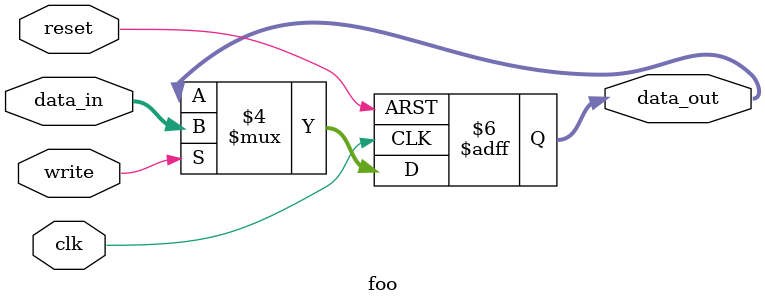
<source format=v>
/*
Jasper ter Weeme
*/

module leds(input clk, input reset, input [3:0] slave_address, input slave_read,
    input slave_write, output reg [7:0] slave_readdata, input [7:0] slave_writedata,
    input slave_byteenable, output wire [7:0] user_dataout_0);

    wire [15:0] address_decode;

    assign address_decode[0] = (slave_address == 4'b0000) & (slave_write | slave_read);
    foo register_0(clk,reset,slave_writedata, slave_write&address_decode[0], user_dataout_0);
endmodule

module foo(input clk, input reset, input [7:0] data_in, input write, output reg [7:0] data_out);
    always @ (posedge clk or posedge reset) begin
        if(reset == 1)
            data_out[7:0] <= 0;
        else if (write == 1)
            data_out[7:0] <= data_in[7:0];
    end
endmodule


</source>
